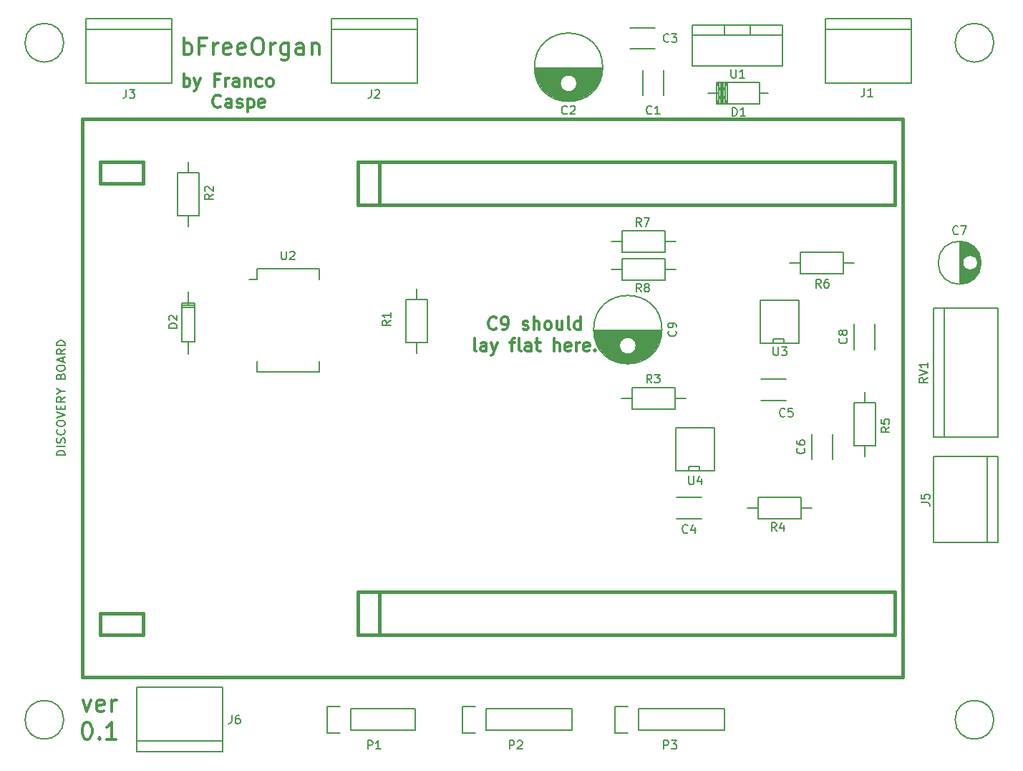
<source format=gbr>
G04 #@! TF.FileFunction,Legend,Top*
%FSLAX46Y46*%
G04 Gerber Fmt 4.6, Leading zero omitted, Abs format (unit mm)*
G04 Created by KiCad (PCBNEW 4.0.5+dfsg1-4) date Mon Jun 25 17:19:19 2018*
%MOMM*%
%LPD*%
G01*
G04 APERTURE LIST*
%ADD10C,0.100000*%
%ADD11C,0.300000*%
%ADD12C,0.381000*%
%ADD13C,0.150000*%
%ADD14C,0.203200*%
G04 APERTURE END LIST*
D10*
D11*
X94547619Y-123671429D02*
X95023810Y-125004762D01*
X95500000Y-123671429D01*
X97023810Y-124909524D02*
X96833334Y-125004762D01*
X96452382Y-125004762D01*
X96261905Y-124909524D01*
X96166667Y-124719048D01*
X96166667Y-123957143D01*
X96261905Y-123766667D01*
X96452382Y-123671429D01*
X96833334Y-123671429D01*
X97023810Y-123766667D01*
X97119048Y-123957143D01*
X97119048Y-124147619D01*
X96166667Y-124338095D01*
X97976191Y-125004762D02*
X97976191Y-123671429D01*
X97976191Y-124052381D02*
X98071430Y-123861905D01*
X98166668Y-123766667D01*
X98357144Y-123671429D01*
X98547620Y-123671429D01*
X94976191Y-126304762D02*
X95166667Y-126304762D01*
X95357143Y-126400000D01*
X95452381Y-126495238D01*
X95547619Y-126685714D01*
X95642858Y-127066667D01*
X95642858Y-127542857D01*
X95547619Y-127923810D01*
X95452381Y-128114286D01*
X95357143Y-128209524D01*
X95166667Y-128304762D01*
X94976191Y-128304762D01*
X94785715Y-128209524D01*
X94690477Y-128114286D01*
X94595238Y-127923810D01*
X94500000Y-127542857D01*
X94500000Y-127066667D01*
X94595238Y-126685714D01*
X94690477Y-126495238D01*
X94785715Y-126400000D01*
X94976191Y-126304762D01*
X96500000Y-128114286D02*
X96595239Y-128209524D01*
X96500000Y-128304762D01*
X96404762Y-128209524D01*
X96500000Y-128114286D01*
X96500000Y-128304762D01*
X98500001Y-128304762D02*
X97357143Y-128304762D01*
X97928572Y-128304762D02*
X97928572Y-126304762D01*
X97738096Y-126590476D01*
X97547620Y-126780952D01*
X97357143Y-126876190D01*
X110857143Y-53535714D02*
X110785714Y-53607143D01*
X110571428Y-53678571D01*
X110428571Y-53678571D01*
X110214286Y-53607143D01*
X110071428Y-53464286D01*
X110000000Y-53321429D01*
X109928571Y-53035714D01*
X109928571Y-52821429D01*
X110000000Y-52535714D01*
X110071428Y-52392857D01*
X110214286Y-52250000D01*
X110428571Y-52178571D01*
X110571428Y-52178571D01*
X110785714Y-52250000D01*
X110857143Y-52321429D01*
X112142857Y-53678571D02*
X112142857Y-52892857D01*
X112071428Y-52750000D01*
X111928571Y-52678571D01*
X111642857Y-52678571D01*
X111500000Y-52750000D01*
X112142857Y-53607143D02*
X112000000Y-53678571D01*
X111642857Y-53678571D01*
X111500000Y-53607143D01*
X111428571Y-53464286D01*
X111428571Y-53321429D01*
X111500000Y-53178571D01*
X111642857Y-53107143D01*
X112000000Y-53107143D01*
X112142857Y-53035714D01*
X112785714Y-53607143D02*
X112928571Y-53678571D01*
X113214286Y-53678571D01*
X113357143Y-53607143D01*
X113428571Y-53464286D01*
X113428571Y-53392857D01*
X113357143Y-53250000D01*
X113214286Y-53178571D01*
X113000000Y-53178571D01*
X112857143Y-53107143D01*
X112785714Y-52964286D01*
X112785714Y-52892857D01*
X112857143Y-52750000D01*
X113000000Y-52678571D01*
X113214286Y-52678571D01*
X113357143Y-52750000D01*
X114071429Y-52678571D02*
X114071429Y-54178571D01*
X114071429Y-52750000D02*
X114214286Y-52678571D01*
X114500000Y-52678571D01*
X114642857Y-52750000D01*
X114714286Y-52821429D01*
X114785715Y-52964286D01*
X114785715Y-53392857D01*
X114714286Y-53535714D01*
X114642857Y-53607143D01*
X114500000Y-53678571D01*
X114214286Y-53678571D01*
X114071429Y-53607143D01*
X116000000Y-53607143D02*
X115857143Y-53678571D01*
X115571429Y-53678571D01*
X115428572Y-53607143D01*
X115357143Y-53464286D01*
X115357143Y-52892857D01*
X115428572Y-52750000D01*
X115571429Y-52678571D01*
X115857143Y-52678571D01*
X116000000Y-52750000D01*
X116071429Y-52892857D01*
X116071429Y-53035714D01*
X115357143Y-53178571D01*
X106500001Y-51178571D02*
X106500001Y-49678571D01*
X106500001Y-50250000D02*
X106642858Y-50178571D01*
X106928572Y-50178571D01*
X107071429Y-50250000D01*
X107142858Y-50321429D01*
X107214287Y-50464286D01*
X107214287Y-50892857D01*
X107142858Y-51035714D01*
X107071429Y-51107143D01*
X106928572Y-51178571D01*
X106642858Y-51178571D01*
X106500001Y-51107143D01*
X107714287Y-50178571D02*
X108071430Y-51178571D01*
X108428572Y-50178571D02*
X108071430Y-51178571D01*
X107928572Y-51535714D01*
X107857144Y-51607143D01*
X107714287Y-51678571D01*
X110642858Y-50392857D02*
X110142858Y-50392857D01*
X110142858Y-51178571D02*
X110142858Y-49678571D01*
X110857144Y-49678571D01*
X111428572Y-51178571D02*
X111428572Y-50178571D01*
X111428572Y-50464286D02*
X111500000Y-50321429D01*
X111571429Y-50250000D01*
X111714286Y-50178571D01*
X111857143Y-50178571D01*
X113000000Y-51178571D02*
X113000000Y-50392857D01*
X112928571Y-50250000D01*
X112785714Y-50178571D01*
X112500000Y-50178571D01*
X112357143Y-50250000D01*
X113000000Y-51107143D02*
X112857143Y-51178571D01*
X112500000Y-51178571D01*
X112357143Y-51107143D01*
X112285714Y-50964286D01*
X112285714Y-50821429D01*
X112357143Y-50678571D01*
X112500000Y-50607143D01*
X112857143Y-50607143D01*
X113000000Y-50535714D01*
X113714286Y-50178571D02*
X113714286Y-51178571D01*
X113714286Y-50321429D02*
X113785714Y-50250000D01*
X113928572Y-50178571D01*
X114142857Y-50178571D01*
X114285714Y-50250000D01*
X114357143Y-50392857D01*
X114357143Y-51178571D01*
X115714286Y-51107143D02*
X115571429Y-51178571D01*
X115285715Y-51178571D01*
X115142857Y-51107143D01*
X115071429Y-51035714D01*
X115000000Y-50892857D01*
X115000000Y-50464286D01*
X115071429Y-50321429D01*
X115142857Y-50250000D01*
X115285715Y-50178571D01*
X115571429Y-50178571D01*
X115714286Y-50250000D01*
X116571429Y-51178571D02*
X116428571Y-51107143D01*
X116357143Y-51035714D01*
X116285714Y-50892857D01*
X116285714Y-50464286D01*
X116357143Y-50321429D01*
X116428571Y-50250000D01*
X116571429Y-50178571D01*
X116785714Y-50178571D01*
X116928571Y-50250000D01*
X117000000Y-50321429D01*
X117071429Y-50464286D01*
X117071429Y-50892857D01*
X117000000Y-51035714D01*
X116928571Y-51107143D01*
X116785714Y-51178571D01*
X116571429Y-51178571D01*
X143464286Y-79760714D02*
X143392857Y-79832143D01*
X143178571Y-79903571D01*
X143035714Y-79903571D01*
X142821429Y-79832143D01*
X142678571Y-79689286D01*
X142607143Y-79546429D01*
X142535714Y-79260714D01*
X142535714Y-79046429D01*
X142607143Y-78760714D01*
X142678571Y-78617857D01*
X142821429Y-78475000D01*
X143035714Y-78403571D01*
X143178571Y-78403571D01*
X143392857Y-78475000D01*
X143464286Y-78546429D01*
X144178571Y-79903571D02*
X144464286Y-79903571D01*
X144607143Y-79832143D01*
X144678571Y-79760714D01*
X144821429Y-79546429D01*
X144892857Y-79260714D01*
X144892857Y-78689286D01*
X144821429Y-78546429D01*
X144750000Y-78475000D01*
X144607143Y-78403571D01*
X144321429Y-78403571D01*
X144178571Y-78475000D01*
X144107143Y-78546429D01*
X144035714Y-78689286D01*
X144035714Y-79046429D01*
X144107143Y-79189286D01*
X144178571Y-79260714D01*
X144321429Y-79332143D01*
X144607143Y-79332143D01*
X144750000Y-79260714D01*
X144821429Y-79189286D01*
X144892857Y-79046429D01*
X146607142Y-79832143D02*
X146749999Y-79903571D01*
X147035714Y-79903571D01*
X147178571Y-79832143D01*
X147249999Y-79689286D01*
X147249999Y-79617857D01*
X147178571Y-79475000D01*
X147035714Y-79403571D01*
X146821428Y-79403571D01*
X146678571Y-79332143D01*
X146607142Y-79189286D01*
X146607142Y-79117857D01*
X146678571Y-78975000D01*
X146821428Y-78903571D01*
X147035714Y-78903571D01*
X147178571Y-78975000D01*
X147892857Y-79903571D02*
X147892857Y-78403571D01*
X148535714Y-79903571D02*
X148535714Y-79117857D01*
X148464285Y-78975000D01*
X148321428Y-78903571D01*
X148107143Y-78903571D01*
X147964285Y-78975000D01*
X147892857Y-79046429D01*
X149464286Y-79903571D02*
X149321428Y-79832143D01*
X149250000Y-79760714D01*
X149178571Y-79617857D01*
X149178571Y-79189286D01*
X149250000Y-79046429D01*
X149321428Y-78975000D01*
X149464286Y-78903571D01*
X149678571Y-78903571D01*
X149821428Y-78975000D01*
X149892857Y-79046429D01*
X149964286Y-79189286D01*
X149964286Y-79617857D01*
X149892857Y-79760714D01*
X149821428Y-79832143D01*
X149678571Y-79903571D01*
X149464286Y-79903571D01*
X151250000Y-78903571D02*
X151250000Y-79903571D01*
X150607143Y-78903571D02*
X150607143Y-79689286D01*
X150678571Y-79832143D01*
X150821429Y-79903571D01*
X151035714Y-79903571D01*
X151178571Y-79832143D01*
X151250000Y-79760714D01*
X152178572Y-79903571D02*
X152035714Y-79832143D01*
X151964286Y-79689286D01*
X151964286Y-78403571D01*
X153392857Y-79903571D02*
X153392857Y-78403571D01*
X153392857Y-79832143D02*
X153250000Y-79903571D01*
X152964286Y-79903571D01*
X152821428Y-79832143D01*
X152750000Y-79760714D01*
X152678571Y-79617857D01*
X152678571Y-79189286D01*
X152750000Y-79046429D01*
X152821428Y-78975000D01*
X152964286Y-78903571D01*
X153250000Y-78903571D01*
X153392857Y-78975000D01*
X141071430Y-82453571D02*
X140928572Y-82382143D01*
X140857144Y-82239286D01*
X140857144Y-80953571D01*
X142285715Y-82453571D02*
X142285715Y-81667857D01*
X142214286Y-81525000D01*
X142071429Y-81453571D01*
X141785715Y-81453571D01*
X141642858Y-81525000D01*
X142285715Y-82382143D02*
X142142858Y-82453571D01*
X141785715Y-82453571D01*
X141642858Y-82382143D01*
X141571429Y-82239286D01*
X141571429Y-82096429D01*
X141642858Y-81953571D01*
X141785715Y-81882143D01*
X142142858Y-81882143D01*
X142285715Y-81810714D01*
X142857144Y-81453571D02*
X143214287Y-82453571D01*
X143571429Y-81453571D02*
X143214287Y-82453571D01*
X143071429Y-82810714D01*
X143000001Y-82882143D01*
X142857144Y-82953571D01*
X145071429Y-81453571D02*
X145642858Y-81453571D01*
X145285715Y-82453571D02*
X145285715Y-81167857D01*
X145357143Y-81025000D01*
X145500001Y-80953571D01*
X145642858Y-80953571D01*
X146357144Y-82453571D02*
X146214286Y-82382143D01*
X146142858Y-82239286D01*
X146142858Y-80953571D01*
X147571429Y-82453571D02*
X147571429Y-81667857D01*
X147500000Y-81525000D01*
X147357143Y-81453571D01*
X147071429Y-81453571D01*
X146928572Y-81525000D01*
X147571429Y-82382143D02*
X147428572Y-82453571D01*
X147071429Y-82453571D01*
X146928572Y-82382143D01*
X146857143Y-82239286D01*
X146857143Y-82096429D01*
X146928572Y-81953571D01*
X147071429Y-81882143D01*
X147428572Y-81882143D01*
X147571429Y-81810714D01*
X148071429Y-81453571D02*
X148642858Y-81453571D01*
X148285715Y-80953571D02*
X148285715Y-82239286D01*
X148357143Y-82382143D01*
X148500001Y-82453571D01*
X148642858Y-82453571D01*
X150285715Y-82453571D02*
X150285715Y-80953571D01*
X150928572Y-82453571D02*
X150928572Y-81667857D01*
X150857143Y-81525000D01*
X150714286Y-81453571D01*
X150500001Y-81453571D01*
X150357143Y-81525000D01*
X150285715Y-81596429D01*
X152214286Y-82382143D02*
X152071429Y-82453571D01*
X151785715Y-82453571D01*
X151642858Y-82382143D01*
X151571429Y-82239286D01*
X151571429Y-81667857D01*
X151642858Y-81525000D01*
X151785715Y-81453571D01*
X152071429Y-81453571D01*
X152214286Y-81525000D01*
X152285715Y-81667857D01*
X152285715Y-81810714D01*
X151571429Y-81953571D01*
X152928572Y-82453571D02*
X152928572Y-81453571D01*
X152928572Y-81739286D02*
X153000000Y-81596429D01*
X153071429Y-81525000D01*
X153214286Y-81453571D01*
X153357143Y-81453571D01*
X154428571Y-82382143D02*
X154285714Y-82453571D01*
X154000000Y-82453571D01*
X153857143Y-82382143D01*
X153785714Y-82239286D01*
X153785714Y-81667857D01*
X153857143Y-81525000D01*
X154000000Y-81453571D01*
X154285714Y-81453571D01*
X154428571Y-81525000D01*
X154500000Y-81667857D01*
X154500000Y-81810714D01*
X153785714Y-81953571D01*
X155142857Y-82310714D02*
X155214285Y-82382143D01*
X155142857Y-82453571D01*
X155071428Y-82382143D01*
X155142857Y-82310714D01*
X155142857Y-82453571D01*
X106499999Y-47404762D02*
X106499999Y-45404762D01*
X106499999Y-46166667D02*
X106690476Y-46071429D01*
X107071428Y-46071429D01*
X107261904Y-46166667D01*
X107357142Y-46261905D01*
X107452380Y-46452381D01*
X107452380Y-47023810D01*
X107357142Y-47214286D01*
X107261904Y-47309524D01*
X107071428Y-47404762D01*
X106690476Y-47404762D01*
X106499999Y-47309524D01*
X108976190Y-46357143D02*
X108309523Y-46357143D01*
X108309523Y-47404762D02*
X108309523Y-45404762D01*
X109261904Y-45404762D01*
X110023809Y-47404762D02*
X110023809Y-46071429D01*
X110023809Y-46452381D02*
X110119048Y-46261905D01*
X110214286Y-46166667D01*
X110404762Y-46071429D01*
X110595238Y-46071429D01*
X112023809Y-47309524D02*
X111833333Y-47404762D01*
X111452381Y-47404762D01*
X111261904Y-47309524D01*
X111166666Y-47119048D01*
X111166666Y-46357143D01*
X111261904Y-46166667D01*
X111452381Y-46071429D01*
X111833333Y-46071429D01*
X112023809Y-46166667D01*
X112119047Y-46357143D01*
X112119047Y-46547619D01*
X111166666Y-46738095D01*
X113738095Y-47309524D02*
X113547619Y-47404762D01*
X113166667Y-47404762D01*
X112976190Y-47309524D01*
X112880952Y-47119048D01*
X112880952Y-46357143D01*
X112976190Y-46166667D01*
X113166667Y-46071429D01*
X113547619Y-46071429D01*
X113738095Y-46166667D01*
X113833333Y-46357143D01*
X113833333Y-46547619D01*
X112880952Y-46738095D01*
X115071429Y-45404762D02*
X115452381Y-45404762D01*
X115642857Y-45500000D01*
X115833334Y-45690476D01*
X115928572Y-46071429D01*
X115928572Y-46738095D01*
X115833334Y-47119048D01*
X115642857Y-47309524D01*
X115452381Y-47404762D01*
X115071429Y-47404762D01*
X114880953Y-47309524D01*
X114690476Y-47119048D01*
X114595238Y-46738095D01*
X114595238Y-46071429D01*
X114690476Y-45690476D01*
X114880953Y-45500000D01*
X115071429Y-45404762D01*
X116785714Y-47404762D02*
X116785714Y-46071429D01*
X116785714Y-46452381D02*
X116880953Y-46261905D01*
X116976191Y-46166667D01*
X117166667Y-46071429D01*
X117357143Y-46071429D01*
X118880952Y-46071429D02*
X118880952Y-47690476D01*
X118785714Y-47880952D01*
X118690476Y-47976190D01*
X118500000Y-48071429D01*
X118214286Y-48071429D01*
X118023809Y-47976190D01*
X118880952Y-47309524D02*
X118690476Y-47404762D01*
X118309524Y-47404762D01*
X118119048Y-47309524D01*
X118023809Y-47214286D01*
X117928571Y-47023810D01*
X117928571Y-46452381D01*
X118023809Y-46261905D01*
X118119048Y-46166667D01*
X118309524Y-46071429D01*
X118690476Y-46071429D01*
X118880952Y-46166667D01*
X120690476Y-47404762D02*
X120690476Y-46357143D01*
X120595238Y-46166667D01*
X120404762Y-46071429D01*
X120023810Y-46071429D01*
X119833333Y-46166667D01*
X120690476Y-47309524D02*
X120500000Y-47404762D01*
X120023810Y-47404762D01*
X119833333Y-47309524D01*
X119738095Y-47119048D01*
X119738095Y-46928571D01*
X119833333Y-46738095D01*
X120023810Y-46642857D01*
X120500000Y-46642857D01*
X120690476Y-46547619D01*
X121642857Y-46071429D02*
X121642857Y-47404762D01*
X121642857Y-46261905D02*
X121738096Y-46166667D01*
X121928572Y-46071429D01*
X122214286Y-46071429D01*
X122404762Y-46166667D01*
X122500000Y-46357143D01*
X122500000Y-47404762D01*
D12*
X96570000Y-62600000D02*
X101650000Y-62600000D01*
X96570000Y-60060000D02*
X96570000Y-62600000D01*
X101650000Y-60060000D02*
X96570000Y-60060000D01*
X101650000Y-62600000D02*
X101650000Y-60060000D01*
X101650000Y-115940000D02*
X101650000Y-113400000D01*
X101650000Y-113400000D02*
X96570000Y-113400000D01*
X96570000Y-113400000D02*
X96570000Y-115940000D01*
X96570000Y-115940000D02*
X101650000Y-115940000D01*
X190550000Y-65140000D02*
X127050000Y-65140000D01*
X127050000Y-65140000D02*
X127050000Y-60060000D01*
X190550000Y-65140000D02*
X190550000Y-60060000D01*
X190550000Y-60060000D02*
X127050000Y-60060000D01*
X129601500Y-65140000D02*
X129601500Y-60060000D01*
X129601500Y-115940000D02*
X129601500Y-110860000D01*
X190550000Y-110860000D02*
X127050000Y-110860000D01*
X94500000Y-121000000D02*
X191500000Y-121000000D01*
X191500000Y-55000000D02*
X94500000Y-55000000D01*
X94500000Y-55000000D02*
X94500000Y-121000000D01*
X191500000Y-55000000D02*
X191500000Y-121000000D01*
X190550000Y-115940000D02*
X190550000Y-110860000D01*
X127050000Y-115940000D02*
X127050000Y-110860000D01*
X190550000Y-115940000D02*
X127050000Y-115940000D01*
D13*
X185750000Y-82250000D02*
X185750000Y-79250000D01*
X188250000Y-79250000D02*
X188250000Y-82250000D01*
X160750000Y-52250000D02*
X160750000Y-49250000D01*
X163250000Y-49250000D02*
X163250000Y-52250000D01*
X155999000Y-48975000D02*
X148001000Y-48975000D01*
X155994000Y-49115000D02*
X148006000Y-49115000D01*
X155984000Y-49255000D02*
X148016000Y-49255000D01*
X155969000Y-49395000D02*
X148031000Y-49395000D01*
X155949000Y-49535000D02*
X148051000Y-49535000D01*
X155924000Y-49675000D02*
X148076000Y-49675000D01*
X155894000Y-49815000D02*
X152173000Y-49815000D01*
X151827000Y-49815000D02*
X148106000Y-49815000D01*
X155858000Y-49955000D02*
X152535000Y-49955000D01*
X151465000Y-49955000D02*
X148142000Y-49955000D01*
X155817000Y-50095000D02*
X152709000Y-50095000D01*
X151291000Y-50095000D02*
X148183000Y-50095000D01*
X155771000Y-50235000D02*
X152825000Y-50235000D01*
X151175000Y-50235000D02*
X148229000Y-50235000D01*
X155718000Y-50375000D02*
X152905000Y-50375000D01*
X151095000Y-50375000D02*
X148282000Y-50375000D01*
X155659000Y-50515000D02*
X152959000Y-50515000D01*
X151041000Y-50515000D02*
X148341000Y-50515000D01*
X155594000Y-50655000D02*
X152989000Y-50655000D01*
X151011000Y-50655000D02*
X148406000Y-50655000D01*
X155523000Y-50795000D02*
X153000000Y-50795000D01*
X151000000Y-50795000D02*
X148477000Y-50795000D01*
X155444000Y-50935000D02*
X152991000Y-50935000D01*
X151009000Y-50935000D02*
X148556000Y-50935000D01*
X155357000Y-51075000D02*
X152961000Y-51075000D01*
X151039000Y-51075000D02*
X148643000Y-51075000D01*
X155262000Y-51215000D02*
X152910000Y-51215000D01*
X151090000Y-51215000D02*
X148738000Y-51215000D01*
X155158000Y-51355000D02*
X152832000Y-51355000D01*
X151168000Y-51355000D02*
X148842000Y-51355000D01*
X155044000Y-51495000D02*
X152719000Y-51495000D01*
X151281000Y-51495000D02*
X148956000Y-51495000D01*
X154919000Y-51635000D02*
X152550000Y-51635000D01*
X151450000Y-51635000D02*
X149081000Y-51635000D01*
X154781000Y-51775000D02*
X152222000Y-51775000D01*
X151778000Y-51775000D02*
X149219000Y-51775000D01*
X154629000Y-51915000D02*
X149371000Y-51915000D01*
X154459000Y-52055000D02*
X149541000Y-52055000D01*
X154268000Y-52195000D02*
X149732000Y-52195000D01*
X154050000Y-52335000D02*
X149950000Y-52335000D01*
X153794000Y-52475000D02*
X150206000Y-52475000D01*
X153483000Y-52615000D02*
X150517000Y-52615000D01*
X153067000Y-52755000D02*
X150933000Y-52755000D01*
X152200000Y-52895000D02*
X151800000Y-52895000D01*
X153000000Y-50800000D02*
G75*
G03X153000000Y-50800000I-1000000J0D01*
G01*
X156037500Y-48900000D02*
G75*
G03X156037500Y-48900000I-4037500J0D01*
G01*
X159250000Y-44250000D02*
X162250000Y-44250000D01*
X162250000Y-46750000D02*
X159250000Y-46750000D01*
X167750000Y-102250000D02*
X164750000Y-102250000D01*
X164750000Y-99750000D02*
X167750000Y-99750000D01*
X174750000Y-85750000D02*
X177750000Y-85750000D01*
X177750000Y-88250000D02*
X174750000Y-88250000D01*
X183250000Y-92250000D02*
X183250000Y-95250000D01*
X180750000Y-95250000D02*
X180750000Y-92250000D01*
X198325000Y-69501000D02*
X198325000Y-74499000D01*
X198465000Y-69509000D02*
X198465000Y-74491000D01*
X198605000Y-69525000D02*
X198605000Y-71905000D01*
X198605000Y-72095000D02*
X198605000Y-74475000D01*
X198745000Y-69549000D02*
X198745000Y-71510000D01*
X198745000Y-72490000D02*
X198745000Y-74451000D01*
X198885000Y-69582000D02*
X198885000Y-71343000D01*
X198885000Y-72657000D02*
X198885000Y-74418000D01*
X199025000Y-69623000D02*
X199025000Y-71236000D01*
X199025000Y-72764000D02*
X199025000Y-74377000D01*
X199165000Y-69673000D02*
X199165000Y-71165000D01*
X199165000Y-72835000D02*
X199165000Y-74327000D01*
X199305000Y-69734000D02*
X199305000Y-71121000D01*
X199305000Y-72879000D02*
X199305000Y-74266000D01*
X199445000Y-69804000D02*
X199445000Y-71102000D01*
X199445000Y-72898000D02*
X199445000Y-74196000D01*
X199585000Y-69886000D02*
X199585000Y-71104000D01*
X199585000Y-72896000D02*
X199585000Y-74114000D01*
X199725000Y-69981000D02*
X199725000Y-71129000D01*
X199725000Y-72871000D02*
X199725000Y-74019000D01*
X199865000Y-70092000D02*
X199865000Y-71177000D01*
X199865000Y-72823000D02*
X199865000Y-73908000D01*
X200005000Y-70220000D02*
X200005000Y-71255000D01*
X200005000Y-72745000D02*
X200005000Y-73780000D01*
X200145000Y-70369000D02*
X200145000Y-71372000D01*
X200145000Y-72628000D02*
X200145000Y-73631000D01*
X200285000Y-70548000D02*
X200285000Y-71560000D01*
X200285000Y-72440000D02*
X200285000Y-73452000D01*
X200425000Y-70767000D02*
X200425000Y-73233000D01*
X200565000Y-71056000D02*
X200565000Y-72944000D01*
X200705000Y-71528000D02*
X200705000Y-72472000D01*
X200400000Y-72000000D02*
G75*
G03X200400000Y-72000000I-900000J0D01*
G01*
X200787500Y-72000000D02*
G75*
G03X200787500Y-72000000I-2537500J0D01*
G01*
X162999000Y-79975000D02*
X155001000Y-79975000D01*
X162994000Y-80115000D02*
X155006000Y-80115000D01*
X162984000Y-80255000D02*
X155016000Y-80255000D01*
X162969000Y-80395000D02*
X155031000Y-80395000D01*
X162949000Y-80535000D02*
X155051000Y-80535000D01*
X162924000Y-80675000D02*
X155076000Y-80675000D01*
X162894000Y-80815000D02*
X159173000Y-80815000D01*
X158827000Y-80815000D02*
X155106000Y-80815000D01*
X162858000Y-80955000D02*
X159535000Y-80955000D01*
X158465000Y-80955000D02*
X155142000Y-80955000D01*
X162817000Y-81095000D02*
X159709000Y-81095000D01*
X158291000Y-81095000D02*
X155183000Y-81095000D01*
X162771000Y-81235000D02*
X159825000Y-81235000D01*
X158175000Y-81235000D02*
X155229000Y-81235000D01*
X162718000Y-81375000D02*
X159905000Y-81375000D01*
X158095000Y-81375000D02*
X155282000Y-81375000D01*
X162659000Y-81515000D02*
X159959000Y-81515000D01*
X158041000Y-81515000D02*
X155341000Y-81515000D01*
X162594000Y-81655000D02*
X159989000Y-81655000D01*
X158011000Y-81655000D02*
X155406000Y-81655000D01*
X162523000Y-81795000D02*
X160000000Y-81795000D01*
X158000000Y-81795000D02*
X155477000Y-81795000D01*
X162444000Y-81935000D02*
X159991000Y-81935000D01*
X158009000Y-81935000D02*
X155556000Y-81935000D01*
X162357000Y-82075000D02*
X159961000Y-82075000D01*
X158039000Y-82075000D02*
X155643000Y-82075000D01*
X162262000Y-82215000D02*
X159910000Y-82215000D01*
X158090000Y-82215000D02*
X155738000Y-82215000D01*
X162158000Y-82355000D02*
X159832000Y-82355000D01*
X158168000Y-82355000D02*
X155842000Y-82355000D01*
X162044000Y-82495000D02*
X159719000Y-82495000D01*
X158281000Y-82495000D02*
X155956000Y-82495000D01*
X161919000Y-82635000D02*
X159550000Y-82635000D01*
X158450000Y-82635000D02*
X156081000Y-82635000D01*
X161781000Y-82775000D02*
X159222000Y-82775000D01*
X158778000Y-82775000D02*
X156219000Y-82775000D01*
X161629000Y-82915000D02*
X156371000Y-82915000D01*
X161459000Y-83055000D02*
X156541000Y-83055000D01*
X161268000Y-83195000D02*
X156732000Y-83195000D01*
X161050000Y-83335000D02*
X156950000Y-83335000D01*
X160794000Y-83475000D02*
X157206000Y-83475000D01*
X160483000Y-83615000D02*
X157517000Y-83615000D01*
X160067000Y-83755000D02*
X157933000Y-83755000D01*
X159200000Y-83895000D02*
X158800000Y-83895000D01*
X160000000Y-81800000D02*
G75*
G03X160000000Y-81800000I-1000000J0D01*
G01*
X163037500Y-79900000D02*
G75*
G03X163037500Y-79900000I-4037500J0D01*
G01*
X174620000Y-51997460D02*
X175636000Y-51997460D01*
X169794000Y-51997460D02*
X168524000Y-51997460D01*
X170048000Y-50727460D02*
X170048000Y-53267460D01*
X170302000Y-50727460D02*
X170302000Y-53267460D01*
X170556000Y-50727460D02*
X170556000Y-53267460D01*
X169794000Y-50727460D02*
X169794000Y-53267460D01*
X170810000Y-50727460D02*
X169540000Y-53267460D01*
X169540000Y-50727460D02*
X170810000Y-53267460D01*
X170810000Y-50727460D02*
X170810000Y-53267460D01*
X170175000Y-50727460D02*
X170175000Y-53267460D01*
X169540000Y-53267460D02*
X169540000Y-50727460D01*
X169540000Y-50727460D02*
X174620000Y-50727460D01*
X174620000Y-50727460D02*
X174620000Y-53267460D01*
X174620000Y-53267460D02*
X169540000Y-53267460D01*
X107002540Y-81366520D02*
X107002540Y-82763520D01*
X107002540Y-76921520D02*
X107002540Y-75397520D01*
X107764540Y-77302520D02*
X106240540Y-77302520D01*
X107764540Y-77048520D02*
X106240540Y-77048520D01*
X107002540Y-76794520D02*
X106240540Y-76794520D01*
X106240540Y-76794520D02*
X106240540Y-81366520D01*
X106240540Y-81366520D02*
X107764540Y-81366520D01*
X107764540Y-81366520D02*
X107764540Y-76794520D01*
X107764540Y-76794520D02*
X107002540Y-76794520D01*
X182420000Y-44460000D02*
X192580000Y-44460000D01*
X182420000Y-43190000D02*
X182420000Y-50810000D01*
X182420000Y-50810000D02*
X192580000Y-50810000D01*
X192580000Y-50810000D02*
X192580000Y-43190000D01*
X192580000Y-43190000D02*
X182420000Y-43190000D01*
X123920000Y-44460000D02*
X134080000Y-44460000D01*
X123920000Y-43190000D02*
X123920000Y-50810000D01*
X123920000Y-50810000D02*
X134080000Y-50810000D01*
X134080000Y-50810000D02*
X134080000Y-43190000D01*
X134080000Y-43190000D02*
X123920000Y-43190000D01*
X94920000Y-44460000D02*
X105080000Y-44460000D01*
X94920000Y-43190000D02*
X94920000Y-50810000D01*
X94920000Y-50810000D02*
X105080000Y-50810000D01*
X105080000Y-50810000D02*
X105080000Y-43190000D01*
X105080000Y-43190000D02*
X94920000Y-43190000D01*
X201540000Y-94920000D02*
X201540000Y-105080000D01*
X202810000Y-94920000D02*
X195190000Y-94920000D01*
X195190000Y-94920000D02*
X195190000Y-105080000D01*
X195190000Y-105080000D02*
X202810000Y-105080000D01*
X202810000Y-105080000D02*
X202810000Y-94920000D01*
X111080000Y-128540000D02*
X100920000Y-128540000D01*
X111080000Y-129810000D02*
X111080000Y-122190000D01*
X111080000Y-122190000D02*
X100920000Y-122190000D01*
X100920000Y-122190000D02*
X100920000Y-129810000D01*
X100920000Y-129810000D02*
X111080000Y-129810000D01*
X126270000Y-127270000D02*
X133890000Y-127270000D01*
X126270000Y-124730000D02*
X133890000Y-124730000D01*
X123450000Y-124450000D02*
X125000000Y-124450000D01*
X133890000Y-127270000D02*
X133890000Y-124730000D01*
X126270000Y-124730000D02*
X126270000Y-127270000D01*
X125000000Y-127550000D02*
X123450000Y-127550000D01*
X123450000Y-127550000D02*
X123450000Y-124450000D01*
X141000000Y-127550000D02*
X139450000Y-127550000D01*
X139450000Y-127550000D02*
X139450000Y-124450000D01*
X139450000Y-124450000D02*
X141000000Y-124450000D01*
X142270000Y-124730000D02*
X152430000Y-124730000D01*
X152430000Y-124730000D02*
X152430000Y-127270000D01*
X152430000Y-127270000D02*
X142270000Y-127270000D01*
X142270000Y-124730000D02*
X142270000Y-127270000D01*
X159000000Y-127550000D02*
X157450000Y-127550000D01*
X157450000Y-127550000D02*
X157450000Y-124450000D01*
X157450000Y-124450000D02*
X159000000Y-124450000D01*
X160270000Y-124730000D02*
X170430000Y-124730000D01*
X170430000Y-124730000D02*
X170430000Y-127270000D01*
X170430000Y-127270000D02*
X160270000Y-127270000D01*
X160270000Y-124730000D02*
X160270000Y-127270000D01*
X132730000Y-81460000D02*
X132730000Y-76380000D01*
X132730000Y-76380000D02*
X135270000Y-76380000D01*
X135270000Y-76380000D02*
X135270000Y-81460000D01*
X135270000Y-81460000D02*
X132730000Y-81460000D01*
X134000000Y-81460000D02*
X134000000Y-82730000D01*
X134000000Y-76380000D02*
X134000000Y-75110000D01*
X105730000Y-66460000D02*
X105730000Y-61380000D01*
X105730000Y-61380000D02*
X108270000Y-61380000D01*
X108270000Y-61380000D02*
X108270000Y-66460000D01*
X108270000Y-66460000D02*
X105730000Y-66460000D01*
X107000000Y-66460000D02*
X107000000Y-67730000D01*
X107000000Y-61380000D02*
X107000000Y-60110000D01*
X159540000Y-86730000D02*
X164620000Y-86730000D01*
X164620000Y-86730000D02*
X164620000Y-89270000D01*
X164620000Y-89270000D02*
X159540000Y-89270000D01*
X159540000Y-89270000D02*
X159540000Y-86730000D01*
X159540000Y-88000000D02*
X158270000Y-88000000D01*
X164620000Y-88000000D02*
X165890000Y-88000000D01*
X179460000Y-102270000D02*
X174380000Y-102270000D01*
X174380000Y-102270000D02*
X174380000Y-99730000D01*
X174380000Y-99730000D02*
X179460000Y-99730000D01*
X179460000Y-99730000D02*
X179460000Y-102270000D01*
X179460000Y-101000000D02*
X180730000Y-101000000D01*
X174380000Y-101000000D02*
X173110000Y-101000000D01*
X188270000Y-88540000D02*
X188270000Y-93620000D01*
X188270000Y-93620000D02*
X185730000Y-93620000D01*
X185730000Y-93620000D02*
X185730000Y-88540000D01*
X185730000Y-88540000D02*
X188270000Y-88540000D01*
X187000000Y-88540000D02*
X187000000Y-87270000D01*
X187000000Y-93620000D02*
X187000000Y-94890000D01*
X184460000Y-73270000D02*
X179380000Y-73270000D01*
X179380000Y-73270000D02*
X179380000Y-70730000D01*
X179380000Y-70730000D02*
X184460000Y-70730000D01*
X184460000Y-70730000D02*
X184460000Y-73270000D01*
X184460000Y-72000000D02*
X185730000Y-72000000D01*
X179380000Y-72000000D02*
X178110000Y-72000000D01*
X195190000Y-77380000D02*
X202810000Y-77380000D01*
X195190000Y-92620000D02*
X202810000Y-92620000D01*
X196460000Y-77380000D02*
X196460000Y-92620000D01*
X202810000Y-77380000D02*
X202810000Y-92620000D01*
X195190000Y-77380000D02*
X195190000Y-92620000D01*
X170476000Y-43952000D02*
X170476000Y-45095000D01*
X173524000Y-43952000D02*
X173524000Y-45095000D01*
X177334000Y-45095000D02*
X177334000Y-48778000D01*
X177334000Y-48778000D02*
X166666000Y-48778000D01*
X166666000Y-48778000D02*
X166666000Y-45095000D01*
X177334000Y-43952000D02*
X177334000Y-45095000D01*
X177334000Y-45095000D02*
X166666000Y-45095000D01*
X166666000Y-45095000D02*
X166666000Y-43952000D01*
X172000000Y-43952000D02*
X166666000Y-43952000D01*
X172000000Y-43952000D02*
X177334000Y-43952000D01*
X115135000Y-72705000D02*
X115135000Y-73975000D01*
X122485000Y-72705000D02*
X122485000Y-73975000D01*
X122485000Y-84915000D02*
X122485000Y-83645000D01*
X115135000Y-84915000D02*
X115135000Y-83645000D01*
X115135000Y-72705000D02*
X122485000Y-72705000D01*
X115135000Y-84915000D02*
X122485000Y-84915000D01*
X115135000Y-73975000D02*
X114200000Y-73975000D01*
X174714000Y-81540000D02*
X174714000Y-76460000D01*
X174714000Y-76460000D02*
X179286000Y-76460000D01*
X179286000Y-76460000D02*
X179286000Y-81540000D01*
X179286000Y-81540000D02*
X174714000Y-81540000D01*
X176238000Y-81540000D02*
X176238000Y-81032000D01*
X176238000Y-81032000D02*
X177508000Y-81032000D01*
X177508000Y-81032000D02*
X177508000Y-81540000D01*
X164714000Y-96540000D02*
X164714000Y-91460000D01*
X164714000Y-91460000D02*
X169286000Y-91460000D01*
X169286000Y-91460000D02*
X169286000Y-96540000D01*
X169286000Y-96540000D02*
X164714000Y-96540000D01*
X166238000Y-96540000D02*
X166238000Y-96032000D01*
X166238000Y-96032000D02*
X167508000Y-96032000D01*
X167508000Y-96032000D02*
X167508000Y-96540000D01*
X92286000Y-46000000D02*
G75*
G03X92286000Y-46000000I-2286000J0D01*
G01*
X92286000Y-126000000D02*
G75*
G03X92286000Y-126000000I-2286000J0D01*
G01*
X202286000Y-126000000D02*
G75*
G03X202286000Y-126000000I-2286000J0D01*
G01*
X202286000Y-46000000D02*
G75*
G03X202286000Y-46000000I-2286000J0D01*
G01*
X158340000Y-68230000D02*
X163420000Y-68230000D01*
X163420000Y-68230000D02*
X163420000Y-70770000D01*
X163420000Y-70770000D02*
X158340000Y-70770000D01*
X158340000Y-70770000D02*
X158340000Y-68230000D01*
X158340000Y-69500000D02*
X157070000Y-69500000D01*
X163420000Y-69500000D02*
X164690000Y-69500000D01*
X163435000Y-74020000D02*
X158355000Y-74020000D01*
X158355000Y-74020000D02*
X158355000Y-71480000D01*
X158355000Y-71480000D02*
X163435000Y-71480000D01*
X163435000Y-71480000D02*
X163435000Y-74020000D01*
X163435000Y-72750000D02*
X164705000Y-72750000D01*
X158355000Y-72750000D02*
X157085000Y-72750000D01*
D14*
X92459619Y-94749142D02*
X91443619Y-94749142D01*
X91443619Y-94507237D01*
X91492000Y-94362095D01*
X91588762Y-94265333D01*
X91685524Y-94216952D01*
X91879048Y-94168571D01*
X92024190Y-94168571D01*
X92217714Y-94216952D01*
X92314476Y-94265333D01*
X92411238Y-94362095D01*
X92459619Y-94507237D01*
X92459619Y-94749142D01*
X92459619Y-93733142D02*
X91443619Y-93733142D01*
X92411238Y-93297713D02*
X92459619Y-93152570D01*
X92459619Y-92910666D01*
X92411238Y-92813904D01*
X92362857Y-92765523D01*
X92266095Y-92717142D01*
X92169333Y-92717142D01*
X92072571Y-92765523D01*
X92024190Y-92813904D01*
X91975810Y-92910666D01*
X91927429Y-93104189D01*
X91879048Y-93200951D01*
X91830667Y-93249332D01*
X91733905Y-93297713D01*
X91637143Y-93297713D01*
X91540381Y-93249332D01*
X91492000Y-93200951D01*
X91443619Y-93104189D01*
X91443619Y-92862285D01*
X91492000Y-92717142D01*
X92362857Y-91701142D02*
X92411238Y-91749523D01*
X92459619Y-91894666D01*
X92459619Y-91991428D01*
X92411238Y-92136570D01*
X92314476Y-92233332D01*
X92217714Y-92281713D01*
X92024190Y-92330094D01*
X91879048Y-92330094D01*
X91685524Y-92281713D01*
X91588762Y-92233332D01*
X91492000Y-92136570D01*
X91443619Y-91991428D01*
X91443619Y-91894666D01*
X91492000Y-91749523D01*
X91540381Y-91701142D01*
X91443619Y-91072189D02*
X91443619Y-90878666D01*
X91492000Y-90781904D01*
X91588762Y-90685142D01*
X91782286Y-90636761D01*
X92120952Y-90636761D01*
X92314476Y-90685142D01*
X92411238Y-90781904D01*
X92459619Y-90878666D01*
X92459619Y-91072189D01*
X92411238Y-91168951D01*
X92314476Y-91265713D01*
X92120952Y-91314094D01*
X91782286Y-91314094D01*
X91588762Y-91265713D01*
X91492000Y-91168951D01*
X91443619Y-91072189D01*
X91443619Y-90346475D02*
X92459619Y-90007808D01*
X91443619Y-89669142D01*
X91927429Y-89330475D02*
X91927429Y-88991809D01*
X92459619Y-88846666D02*
X92459619Y-89330475D01*
X91443619Y-89330475D01*
X91443619Y-88846666D01*
X92459619Y-87830666D02*
X91975810Y-88169332D01*
X92459619Y-88411237D02*
X91443619Y-88411237D01*
X91443619Y-88024190D01*
X91492000Y-87927428D01*
X91540381Y-87879047D01*
X91637143Y-87830666D01*
X91782286Y-87830666D01*
X91879048Y-87879047D01*
X91927429Y-87927428D01*
X91975810Y-88024190D01*
X91975810Y-88411237D01*
X91975810Y-87201713D02*
X92459619Y-87201713D01*
X91443619Y-87540380D02*
X91975810Y-87201713D01*
X91443619Y-86863047D01*
X91927429Y-85411619D02*
X91975810Y-85266476D01*
X92024190Y-85218095D01*
X92120952Y-85169714D01*
X92266095Y-85169714D01*
X92362857Y-85218095D01*
X92411238Y-85266476D01*
X92459619Y-85363238D01*
X92459619Y-85750285D01*
X91443619Y-85750285D01*
X91443619Y-85411619D01*
X91492000Y-85314857D01*
X91540381Y-85266476D01*
X91637143Y-85218095D01*
X91733905Y-85218095D01*
X91830667Y-85266476D01*
X91879048Y-85314857D01*
X91927429Y-85411619D01*
X91927429Y-85750285D01*
X91443619Y-84540761D02*
X91443619Y-84347238D01*
X91492000Y-84250476D01*
X91588762Y-84153714D01*
X91782286Y-84105333D01*
X92120952Y-84105333D01*
X92314476Y-84153714D01*
X92411238Y-84250476D01*
X92459619Y-84347238D01*
X92459619Y-84540761D01*
X92411238Y-84637523D01*
X92314476Y-84734285D01*
X92120952Y-84782666D01*
X91782286Y-84782666D01*
X91588762Y-84734285D01*
X91492000Y-84637523D01*
X91443619Y-84540761D01*
X92169333Y-83718285D02*
X92169333Y-83234476D01*
X92459619Y-83815047D02*
X91443619Y-83476380D01*
X92459619Y-83137714D01*
X92459619Y-82218476D02*
X91975810Y-82557142D01*
X92459619Y-82799047D02*
X91443619Y-82799047D01*
X91443619Y-82412000D01*
X91492000Y-82315238D01*
X91540381Y-82266857D01*
X91637143Y-82218476D01*
X91782286Y-82218476D01*
X91879048Y-82266857D01*
X91927429Y-82315238D01*
X91975810Y-82412000D01*
X91975810Y-82799047D01*
X92459619Y-81783047D02*
X91443619Y-81783047D01*
X91443619Y-81541142D01*
X91492000Y-81396000D01*
X91588762Y-81299238D01*
X91685524Y-81250857D01*
X91879048Y-81202476D01*
X92024190Y-81202476D01*
X92217714Y-81250857D01*
X92314476Y-81299238D01*
X92411238Y-81396000D01*
X92459619Y-81541142D01*
X92459619Y-81783047D01*
D13*
X184857143Y-80916666D02*
X184904762Y-80964285D01*
X184952381Y-81107142D01*
X184952381Y-81202380D01*
X184904762Y-81345238D01*
X184809524Y-81440476D01*
X184714286Y-81488095D01*
X184523810Y-81535714D01*
X184380952Y-81535714D01*
X184190476Y-81488095D01*
X184095238Y-81440476D01*
X184000000Y-81345238D01*
X183952381Y-81202380D01*
X183952381Y-81107142D01*
X184000000Y-80964285D01*
X184047619Y-80916666D01*
X184380952Y-80345238D02*
X184333333Y-80440476D01*
X184285714Y-80488095D01*
X184190476Y-80535714D01*
X184142857Y-80535714D01*
X184047619Y-80488095D01*
X184000000Y-80440476D01*
X183952381Y-80345238D01*
X183952381Y-80154761D01*
X184000000Y-80059523D01*
X184047619Y-80011904D01*
X184142857Y-79964285D01*
X184190476Y-79964285D01*
X184285714Y-80011904D01*
X184333333Y-80059523D01*
X184380952Y-80154761D01*
X184380952Y-80345238D01*
X184428571Y-80440476D01*
X184476190Y-80488095D01*
X184571429Y-80535714D01*
X184761905Y-80535714D01*
X184857143Y-80488095D01*
X184904762Y-80440476D01*
X184952381Y-80345238D01*
X184952381Y-80154761D01*
X184904762Y-80059523D01*
X184857143Y-80011904D01*
X184761905Y-79964285D01*
X184571429Y-79964285D01*
X184476190Y-80011904D01*
X184428571Y-80059523D01*
X184380952Y-80154761D01*
X161833334Y-54357143D02*
X161785715Y-54404762D01*
X161642858Y-54452381D01*
X161547620Y-54452381D01*
X161404762Y-54404762D01*
X161309524Y-54309524D01*
X161261905Y-54214286D01*
X161214286Y-54023810D01*
X161214286Y-53880952D01*
X161261905Y-53690476D01*
X161309524Y-53595238D01*
X161404762Y-53500000D01*
X161547620Y-53452381D01*
X161642858Y-53452381D01*
X161785715Y-53500000D01*
X161833334Y-53547619D01*
X162785715Y-54452381D02*
X162214286Y-54452381D01*
X162500000Y-54452381D02*
X162500000Y-53452381D01*
X162404762Y-53595238D01*
X162309524Y-53690476D01*
X162214286Y-53738095D01*
X151833334Y-54357143D02*
X151785715Y-54404762D01*
X151642858Y-54452381D01*
X151547620Y-54452381D01*
X151404762Y-54404762D01*
X151309524Y-54309524D01*
X151261905Y-54214286D01*
X151214286Y-54023810D01*
X151214286Y-53880952D01*
X151261905Y-53690476D01*
X151309524Y-53595238D01*
X151404762Y-53500000D01*
X151547620Y-53452381D01*
X151642858Y-53452381D01*
X151785715Y-53500000D01*
X151833334Y-53547619D01*
X152214286Y-53547619D02*
X152261905Y-53500000D01*
X152357143Y-53452381D01*
X152595239Y-53452381D01*
X152690477Y-53500000D01*
X152738096Y-53547619D01*
X152785715Y-53642857D01*
X152785715Y-53738095D01*
X152738096Y-53880952D01*
X152166667Y-54452381D01*
X152785715Y-54452381D01*
X163833334Y-45857143D02*
X163785715Y-45904762D01*
X163642858Y-45952381D01*
X163547620Y-45952381D01*
X163404762Y-45904762D01*
X163309524Y-45809524D01*
X163261905Y-45714286D01*
X163214286Y-45523810D01*
X163214286Y-45380952D01*
X163261905Y-45190476D01*
X163309524Y-45095238D01*
X163404762Y-45000000D01*
X163547620Y-44952381D01*
X163642858Y-44952381D01*
X163785715Y-45000000D01*
X163833334Y-45047619D01*
X164166667Y-44952381D02*
X164785715Y-44952381D01*
X164452381Y-45333333D01*
X164595239Y-45333333D01*
X164690477Y-45380952D01*
X164738096Y-45428571D01*
X164785715Y-45523810D01*
X164785715Y-45761905D01*
X164738096Y-45857143D01*
X164690477Y-45904762D01*
X164595239Y-45952381D01*
X164309524Y-45952381D01*
X164214286Y-45904762D01*
X164166667Y-45857143D01*
X166083334Y-103857143D02*
X166035715Y-103904762D01*
X165892858Y-103952381D01*
X165797620Y-103952381D01*
X165654762Y-103904762D01*
X165559524Y-103809524D01*
X165511905Y-103714286D01*
X165464286Y-103523810D01*
X165464286Y-103380952D01*
X165511905Y-103190476D01*
X165559524Y-103095238D01*
X165654762Y-103000000D01*
X165797620Y-102952381D01*
X165892858Y-102952381D01*
X166035715Y-103000000D01*
X166083334Y-103047619D01*
X166940477Y-103285714D02*
X166940477Y-103952381D01*
X166702381Y-102904762D02*
X166464286Y-103619048D01*
X167083334Y-103619048D01*
X177583334Y-90107143D02*
X177535715Y-90154762D01*
X177392858Y-90202381D01*
X177297620Y-90202381D01*
X177154762Y-90154762D01*
X177059524Y-90059524D01*
X177011905Y-89964286D01*
X176964286Y-89773810D01*
X176964286Y-89630952D01*
X177011905Y-89440476D01*
X177059524Y-89345238D01*
X177154762Y-89250000D01*
X177297620Y-89202381D01*
X177392858Y-89202381D01*
X177535715Y-89250000D01*
X177583334Y-89297619D01*
X178488096Y-89202381D02*
X178011905Y-89202381D01*
X177964286Y-89678571D01*
X178011905Y-89630952D01*
X178107143Y-89583333D01*
X178345239Y-89583333D01*
X178440477Y-89630952D01*
X178488096Y-89678571D01*
X178535715Y-89773810D01*
X178535715Y-90011905D01*
X178488096Y-90107143D01*
X178440477Y-90154762D01*
X178345239Y-90202381D01*
X178107143Y-90202381D01*
X178011905Y-90154762D01*
X177964286Y-90107143D01*
X179857143Y-93916666D02*
X179904762Y-93964285D01*
X179952381Y-94107142D01*
X179952381Y-94202380D01*
X179904762Y-94345238D01*
X179809524Y-94440476D01*
X179714286Y-94488095D01*
X179523810Y-94535714D01*
X179380952Y-94535714D01*
X179190476Y-94488095D01*
X179095238Y-94440476D01*
X179000000Y-94345238D01*
X178952381Y-94202380D01*
X178952381Y-94107142D01*
X179000000Y-93964285D01*
X179047619Y-93916666D01*
X178952381Y-93059523D02*
X178952381Y-93250000D01*
X179000000Y-93345238D01*
X179047619Y-93392857D01*
X179190476Y-93488095D01*
X179380952Y-93535714D01*
X179761905Y-93535714D01*
X179857143Y-93488095D01*
X179904762Y-93440476D01*
X179952381Y-93345238D01*
X179952381Y-93154761D01*
X179904762Y-93059523D01*
X179857143Y-93011904D01*
X179761905Y-92964285D01*
X179523810Y-92964285D01*
X179428571Y-93011904D01*
X179380952Y-93059523D01*
X179333333Y-93154761D01*
X179333333Y-93345238D01*
X179380952Y-93440476D01*
X179428571Y-93488095D01*
X179523810Y-93535714D01*
X198083334Y-68557143D02*
X198035715Y-68604762D01*
X197892858Y-68652381D01*
X197797620Y-68652381D01*
X197654762Y-68604762D01*
X197559524Y-68509524D01*
X197511905Y-68414286D01*
X197464286Y-68223810D01*
X197464286Y-68080952D01*
X197511905Y-67890476D01*
X197559524Y-67795238D01*
X197654762Y-67700000D01*
X197797620Y-67652381D01*
X197892858Y-67652381D01*
X198035715Y-67700000D01*
X198083334Y-67747619D01*
X198416667Y-67652381D02*
X199083334Y-67652381D01*
X198654762Y-68652381D01*
X164657143Y-80066666D02*
X164704762Y-80114285D01*
X164752381Y-80257142D01*
X164752381Y-80352380D01*
X164704762Y-80495238D01*
X164609524Y-80590476D01*
X164514286Y-80638095D01*
X164323810Y-80685714D01*
X164180952Y-80685714D01*
X163990476Y-80638095D01*
X163895238Y-80590476D01*
X163800000Y-80495238D01*
X163752381Y-80352380D01*
X163752381Y-80257142D01*
X163800000Y-80114285D01*
X163847619Y-80066666D01*
X164752381Y-79590476D02*
X164752381Y-79400000D01*
X164704762Y-79304761D01*
X164657143Y-79257142D01*
X164514286Y-79161904D01*
X164323810Y-79114285D01*
X163942857Y-79114285D01*
X163847619Y-79161904D01*
X163800000Y-79209523D01*
X163752381Y-79304761D01*
X163752381Y-79495238D01*
X163800000Y-79590476D01*
X163847619Y-79638095D01*
X163942857Y-79685714D01*
X164180952Y-79685714D01*
X164276190Y-79638095D01*
X164323810Y-79590476D01*
X164371429Y-79495238D01*
X164371429Y-79304761D01*
X164323810Y-79209523D01*
X164276190Y-79161904D01*
X164180952Y-79114285D01*
X171361905Y-54652381D02*
X171361905Y-53652381D01*
X171600000Y-53652381D01*
X171742858Y-53700000D01*
X171838096Y-53795238D01*
X171885715Y-53890476D01*
X171933334Y-54080952D01*
X171933334Y-54223810D01*
X171885715Y-54414286D01*
X171838096Y-54509524D01*
X171742858Y-54604762D01*
X171600000Y-54652381D01*
X171361905Y-54652381D01*
X172885715Y-54652381D02*
X172314286Y-54652381D01*
X172600000Y-54652381D02*
X172600000Y-53652381D01*
X172504762Y-53795238D01*
X172409524Y-53890476D01*
X172314286Y-53938095D01*
X105702381Y-79738095D02*
X104702381Y-79738095D01*
X104702381Y-79500000D01*
X104750000Y-79357142D01*
X104845238Y-79261904D01*
X104940476Y-79214285D01*
X105130952Y-79166666D01*
X105273810Y-79166666D01*
X105464286Y-79214285D01*
X105559524Y-79261904D01*
X105654762Y-79357142D01*
X105702381Y-79500000D01*
X105702381Y-79738095D01*
X104797619Y-78785714D02*
X104750000Y-78738095D01*
X104702381Y-78642857D01*
X104702381Y-78404761D01*
X104750000Y-78309523D01*
X104797619Y-78261904D01*
X104892857Y-78214285D01*
X104988095Y-78214285D01*
X105130952Y-78261904D01*
X105702381Y-78833333D01*
X105702381Y-78214285D01*
X186966667Y-51352381D02*
X186966667Y-52066667D01*
X186919047Y-52209524D01*
X186823809Y-52304762D01*
X186680952Y-52352381D01*
X186585714Y-52352381D01*
X187966667Y-52352381D02*
X187395238Y-52352381D01*
X187680952Y-52352381D02*
X187680952Y-51352381D01*
X187585714Y-51495238D01*
X187490476Y-51590476D01*
X187395238Y-51638095D01*
X128666667Y-51532381D02*
X128666667Y-52246667D01*
X128619047Y-52389524D01*
X128523809Y-52484762D01*
X128380952Y-52532381D01*
X128285714Y-52532381D01*
X129095238Y-51627619D02*
X129142857Y-51580000D01*
X129238095Y-51532381D01*
X129476191Y-51532381D01*
X129571429Y-51580000D01*
X129619048Y-51627619D01*
X129666667Y-51722857D01*
X129666667Y-51818095D01*
X129619048Y-51960952D01*
X129047619Y-52532381D01*
X129666667Y-52532381D01*
X99666667Y-51532381D02*
X99666667Y-52246667D01*
X99619047Y-52389524D01*
X99523809Y-52484762D01*
X99380952Y-52532381D01*
X99285714Y-52532381D01*
X100047619Y-51532381D02*
X100666667Y-51532381D01*
X100333333Y-51913333D01*
X100476191Y-51913333D01*
X100571429Y-51960952D01*
X100619048Y-52008571D01*
X100666667Y-52103810D01*
X100666667Y-52341905D01*
X100619048Y-52437143D01*
X100571429Y-52484762D01*
X100476191Y-52532381D01*
X100190476Y-52532381D01*
X100095238Y-52484762D01*
X100047619Y-52437143D01*
X193702381Y-100333333D02*
X194416667Y-100333333D01*
X194559524Y-100380953D01*
X194654762Y-100476191D01*
X194702381Y-100619048D01*
X194702381Y-100714286D01*
X193702381Y-99380952D02*
X193702381Y-99857143D01*
X194178571Y-99904762D01*
X194130952Y-99857143D01*
X194083333Y-99761905D01*
X194083333Y-99523809D01*
X194130952Y-99428571D01*
X194178571Y-99380952D01*
X194273810Y-99333333D01*
X194511905Y-99333333D01*
X194607143Y-99380952D01*
X194654762Y-99428571D01*
X194702381Y-99523809D01*
X194702381Y-99761905D01*
X194654762Y-99857143D01*
X194607143Y-99904762D01*
X112166667Y-125452381D02*
X112166667Y-126166667D01*
X112119047Y-126309524D01*
X112023809Y-126404762D01*
X111880952Y-126452381D01*
X111785714Y-126452381D01*
X113071429Y-125452381D02*
X112880952Y-125452381D01*
X112785714Y-125500000D01*
X112738095Y-125547619D01*
X112642857Y-125690476D01*
X112595238Y-125880952D01*
X112595238Y-126261905D01*
X112642857Y-126357143D01*
X112690476Y-126404762D01*
X112785714Y-126452381D01*
X112976191Y-126452381D01*
X113071429Y-126404762D01*
X113119048Y-126357143D01*
X113166667Y-126261905D01*
X113166667Y-126023810D01*
X113119048Y-125928571D01*
X113071429Y-125880952D01*
X112976191Y-125833333D01*
X112785714Y-125833333D01*
X112690476Y-125880952D01*
X112642857Y-125928571D01*
X112595238Y-126023810D01*
X128261905Y-129452381D02*
X128261905Y-128452381D01*
X128642858Y-128452381D01*
X128738096Y-128500000D01*
X128785715Y-128547619D01*
X128833334Y-128642857D01*
X128833334Y-128785714D01*
X128785715Y-128880952D01*
X128738096Y-128928571D01*
X128642858Y-128976190D01*
X128261905Y-128976190D01*
X129785715Y-129452381D02*
X129214286Y-129452381D01*
X129500000Y-129452381D02*
X129500000Y-128452381D01*
X129404762Y-128595238D01*
X129309524Y-128690476D01*
X129214286Y-128738095D01*
X145011905Y-129452381D02*
X145011905Y-128452381D01*
X145392858Y-128452381D01*
X145488096Y-128500000D01*
X145535715Y-128547619D01*
X145583334Y-128642857D01*
X145583334Y-128785714D01*
X145535715Y-128880952D01*
X145488096Y-128928571D01*
X145392858Y-128976190D01*
X145011905Y-128976190D01*
X145964286Y-128547619D02*
X146011905Y-128500000D01*
X146107143Y-128452381D01*
X146345239Y-128452381D01*
X146440477Y-128500000D01*
X146488096Y-128547619D01*
X146535715Y-128642857D01*
X146535715Y-128738095D01*
X146488096Y-128880952D01*
X145916667Y-129452381D01*
X146535715Y-129452381D01*
X163261905Y-129452381D02*
X163261905Y-128452381D01*
X163642858Y-128452381D01*
X163738096Y-128500000D01*
X163785715Y-128547619D01*
X163833334Y-128642857D01*
X163833334Y-128785714D01*
X163785715Y-128880952D01*
X163738096Y-128928571D01*
X163642858Y-128976190D01*
X163261905Y-128976190D01*
X164166667Y-128452381D02*
X164785715Y-128452381D01*
X164452381Y-128833333D01*
X164595239Y-128833333D01*
X164690477Y-128880952D01*
X164738096Y-128928571D01*
X164785715Y-129023810D01*
X164785715Y-129261905D01*
X164738096Y-129357143D01*
X164690477Y-129404762D01*
X164595239Y-129452381D01*
X164309524Y-129452381D01*
X164214286Y-129404762D01*
X164166667Y-129357143D01*
X130952261Y-78837746D02*
X130476070Y-79171080D01*
X130952261Y-79409175D02*
X129952261Y-79409175D01*
X129952261Y-79028222D01*
X129999880Y-78932984D01*
X130047499Y-78885365D01*
X130142737Y-78837746D01*
X130285594Y-78837746D01*
X130380832Y-78885365D01*
X130428451Y-78932984D01*
X130476070Y-79028222D01*
X130476070Y-79409175D01*
X130952261Y-77885365D02*
X130952261Y-78456794D01*
X130952261Y-78171080D02*
X129952261Y-78171080D01*
X130095118Y-78266318D01*
X130190356Y-78361556D01*
X130237975Y-78456794D01*
X109952381Y-63916666D02*
X109476190Y-64250000D01*
X109952381Y-64488095D02*
X108952381Y-64488095D01*
X108952381Y-64107142D01*
X109000000Y-64011904D01*
X109047619Y-63964285D01*
X109142857Y-63916666D01*
X109285714Y-63916666D01*
X109380952Y-63964285D01*
X109428571Y-64011904D01*
X109476190Y-64107142D01*
X109476190Y-64488095D01*
X109047619Y-63535714D02*
X109000000Y-63488095D01*
X108952381Y-63392857D01*
X108952381Y-63154761D01*
X109000000Y-63059523D01*
X109047619Y-63011904D01*
X109142857Y-62964285D01*
X109238095Y-62964285D01*
X109380952Y-63011904D01*
X109952381Y-63583333D01*
X109952381Y-62964285D01*
X161833334Y-86202381D02*
X161500000Y-85726190D01*
X161261905Y-86202381D02*
X161261905Y-85202381D01*
X161642858Y-85202381D01*
X161738096Y-85250000D01*
X161785715Y-85297619D01*
X161833334Y-85392857D01*
X161833334Y-85535714D01*
X161785715Y-85630952D01*
X161738096Y-85678571D01*
X161642858Y-85726190D01*
X161261905Y-85726190D01*
X162166667Y-85202381D02*
X162785715Y-85202381D01*
X162452381Y-85583333D01*
X162595239Y-85583333D01*
X162690477Y-85630952D01*
X162738096Y-85678571D01*
X162785715Y-85773810D01*
X162785715Y-86011905D01*
X162738096Y-86107143D01*
X162690477Y-86154762D01*
X162595239Y-86202381D01*
X162309524Y-86202381D01*
X162214286Y-86154762D01*
X162166667Y-86107143D01*
X176583334Y-103702381D02*
X176250000Y-103226190D01*
X176011905Y-103702381D02*
X176011905Y-102702381D01*
X176392858Y-102702381D01*
X176488096Y-102750000D01*
X176535715Y-102797619D01*
X176583334Y-102892857D01*
X176583334Y-103035714D01*
X176535715Y-103130952D01*
X176488096Y-103178571D01*
X176392858Y-103226190D01*
X176011905Y-103226190D01*
X177440477Y-103035714D02*
X177440477Y-103702381D01*
X177202381Y-102654762D02*
X176964286Y-103369048D01*
X177583334Y-103369048D01*
X189952381Y-91416666D02*
X189476190Y-91750000D01*
X189952381Y-91988095D02*
X188952381Y-91988095D01*
X188952381Y-91607142D01*
X189000000Y-91511904D01*
X189047619Y-91464285D01*
X189142857Y-91416666D01*
X189285714Y-91416666D01*
X189380952Y-91464285D01*
X189428571Y-91511904D01*
X189476190Y-91607142D01*
X189476190Y-91988095D01*
X188952381Y-90511904D02*
X188952381Y-90988095D01*
X189428571Y-91035714D01*
X189380952Y-90988095D01*
X189333333Y-90892857D01*
X189333333Y-90654761D01*
X189380952Y-90559523D01*
X189428571Y-90511904D01*
X189523810Y-90464285D01*
X189761905Y-90464285D01*
X189857143Y-90511904D01*
X189904762Y-90559523D01*
X189952381Y-90654761D01*
X189952381Y-90892857D01*
X189904762Y-90988095D01*
X189857143Y-91035714D01*
X181833334Y-74952381D02*
X181500000Y-74476190D01*
X181261905Y-74952381D02*
X181261905Y-73952381D01*
X181642858Y-73952381D01*
X181738096Y-74000000D01*
X181785715Y-74047619D01*
X181833334Y-74142857D01*
X181833334Y-74285714D01*
X181785715Y-74380952D01*
X181738096Y-74428571D01*
X181642858Y-74476190D01*
X181261905Y-74476190D01*
X182690477Y-73952381D02*
X182500000Y-73952381D01*
X182404762Y-74000000D01*
X182357143Y-74047619D01*
X182261905Y-74190476D01*
X182214286Y-74380952D01*
X182214286Y-74761905D01*
X182261905Y-74857143D01*
X182309524Y-74904762D01*
X182404762Y-74952381D01*
X182595239Y-74952381D01*
X182690477Y-74904762D01*
X182738096Y-74857143D01*
X182785715Y-74761905D01*
X182785715Y-74523810D01*
X182738096Y-74428571D01*
X182690477Y-74380952D01*
X182595239Y-74333333D01*
X182404762Y-74333333D01*
X182309524Y-74380952D01*
X182261905Y-74428571D01*
X182214286Y-74523810D01*
X194452381Y-85595238D02*
X193976190Y-85928572D01*
X194452381Y-86166667D02*
X193452381Y-86166667D01*
X193452381Y-85785714D01*
X193500000Y-85690476D01*
X193547619Y-85642857D01*
X193642857Y-85595238D01*
X193785714Y-85595238D01*
X193880952Y-85642857D01*
X193928571Y-85690476D01*
X193976190Y-85785714D01*
X193976190Y-86166667D01*
X193452381Y-85309524D02*
X194452381Y-84976191D01*
X193452381Y-84642857D01*
X194452381Y-83785714D02*
X194452381Y-84357143D01*
X194452381Y-84071429D02*
X193452381Y-84071429D01*
X193595238Y-84166667D01*
X193690476Y-84261905D01*
X193738095Y-84357143D01*
X171238095Y-49152381D02*
X171238095Y-49961905D01*
X171285714Y-50057143D01*
X171333333Y-50104762D01*
X171428571Y-50152381D01*
X171619048Y-50152381D01*
X171714286Y-50104762D01*
X171761905Y-50057143D01*
X171809524Y-49961905D01*
X171809524Y-49152381D01*
X172809524Y-50152381D02*
X172238095Y-50152381D01*
X172523809Y-50152381D02*
X172523809Y-49152381D01*
X172428571Y-49295238D01*
X172333333Y-49390476D01*
X172238095Y-49438095D01*
X118048095Y-70642381D02*
X118048095Y-71451905D01*
X118095714Y-71547143D01*
X118143333Y-71594762D01*
X118238571Y-71642381D01*
X118429048Y-71642381D01*
X118524286Y-71594762D01*
X118571905Y-71547143D01*
X118619524Y-71451905D01*
X118619524Y-70642381D01*
X119048095Y-70737619D02*
X119095714Y-70690000D01*
X119190952Y-70642381D01*
X119429048Y-70642381D01*
X119524286Y-70690000D01*
X119571905Y-70737619D01*
X119619524Y-70832857D01*
X119619524Y-70928095D01*
X119571905Y-71070952D01*
X119000476Y-71642381D01*
X119619524Y-71642381D01*
X176238095Y-81952381D02*
X176238095Y-82761905D01*
X176285714Y-82857143D01*
X176333333Y-82904762D01*
X176428571Y-82952381D01*
X176619048Y-82952381D01*
X176714286Y-82904762D01*
X176761905Y-82857143D01*
X176809524Y-82761905D01*
X176809524Y-81952381D01*
X177190476Y-81952381D02*
X177809524Y-81952381D01*
X177476190Y-82333333D01*
X177619048Y-82333333D01*
X177714286Y-82380952D01*
X177761905Y-82428571D01*
X177809524Y-82523810D01*
X177809524Y-82761905D01*
X177761905Y-82857143D01*
X177714286Y-82904762D01*
X177619048Y-82952381D01*
X177333333Y-82952381D01*
X177238095Y-82904762D01*
X177190476Y-82857143D01*
X166238095Y-97202381D02*
X166238095Y-98011905D01*
X166285714Y-98107143D01*
X166333333Y-98154762D01*
X166428571Y-98202381D01*
X166619048Y-98202381D01*
X166714286Y-98154762D01*
X166761905Y-98107143D01*
X166809524Y-98011905D01*
X166809524Y-97202381D01*
X167714286Y-97535714D02*
X167714286Y-98202381D01*
X167476190Y-97154762D02*
X167238095Y-97869048D01*
X167857143Y-97869048D01*
X160583334Y-67702381D02*
X160250000Y-67226190D01*
X160011905Y-67702381D02*
X160011905Y-66702381D01*
X160392858Y-66702381D01*
X160488096Y-66750000D01*
X160535715Y-66797619D01*
X160583334Y-66892857D01*
X160583334Y-67035714D01*
X160535715Y-67130952D01*
X160488096Y-67178571D01*
X160392858Y-67226190D01*
X160011905Y-67226190D01*
X160916667Y-66702381D02*
X161583334Y-66702381D01*
X161154762Y-67702381D01*
X160583334Y-75452381D02*
X160250000Y-74976190D01*
X160011905Y-75452381D02*
X160011905Y-74452381D01*
X160392858Y-74452381D01*
X160488096Y-74500000D01*
X160535715Y-74547619D01*
X160583334Y-74642857D01*
X160583334Y-74785714D01*
X160535715Y-74880952D01*
X160488096Y-74928571D01*
X160392858Y-74976190D01*
X160011905Y-74976190D01*
X161154762Y-74880952D02*
X161059524Y-74833333D01*
X161011905Y-74785714D01*
X160964286Y-74690476D01*
X160964286Y-74642857D01*
X161011905Y-74547619D01*
X161059524Y-74500000D01*
X161154762Y-74452381D01*
X161345239Y-74452381D01*
X161440477Y-74500000D01*
X161488096Y-74547619D01*
X161535715Y-74642857D01*
X161535715Y-74690476D01*
X161488096Y-74785714D01*
X161440477Y-74833333D01*
X161345239Y-74880952D01*
X161154762Y-74880952D01*
X161059524Y-74928571D01*
X161011905Y-74976190D01*
X160964286Y-75071429D01*
X160964286Y-75261905D01*
X161011905Y-75357143D01*
X161059524Y-75404762D01*
X161154762Y-75452381D01*
X161345239Y-75452381D01*
X161440477Y-75404762D01*
X161488096Y-75357143D01*
X161535715Y-75261905D01*
X161535715Y-75071429D01*
X161488096Y-74976190D01*
X161440477Y-74928571D01*
X161345239Y-74880952D01*
M02*

</source>
